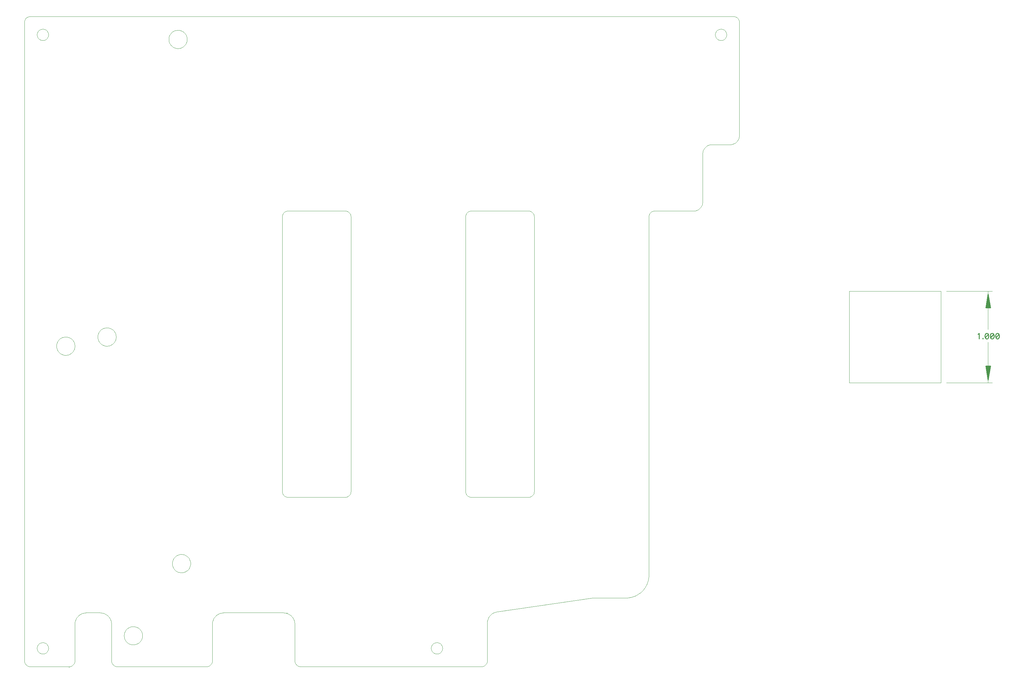
<source format=gbr>
G04*
G04  File:            PIEZO_RESOLVE.BAS, Tue Mar 18 17:33:52 2008*
G04  Source:          P-CAD 2000 PCB, Version 15.10.24, (C:\Documents and Settings\ram\My Documents\work\micron\piezo_amp\piezo_resolve.pcb)*
G04  Format:          Gerber Format (RS-274-D), ASCII*
G04*
G04  Format Options:  Absolute Positioning*
G04                   Leading-Zero Suppression*
G04                   Scale Factor 1:1*
G04                   NO Circular Interpolation*
G04                   Inch Units*
G04                   Numeric Format: 4.4 (XXXX.XXXX)*
G04                   G54 NOT Used for Aperture Change*
G04                   Apertures Embedded*
G04*
G04  File Options:    Offset = (0.0mil,0.0mil)*
G04                   Drill Symbol Size = 80.0mil*
G04                   Pad/Via Holes*
G04*
G04  File Contents:   Pads*
G04                   Vias*
G04                   Designators*
G04                   Types*
G04                   Values*
G04                   Drill Symbols*
G04                   Bot Assy*
G04*
%INPIEZO_RESOLVE.BAS*%
%ICAS*%
%MOIN*%
G04*
G04  Aperture MACROs for general use --- invoked via D-code assignment *
G04*
G04  General MACRO for flashed round with rotation and/or offset hole *
%AMROTOFFROUND*
1,1,$1,0.0000,0.0000*
1,0,$2,$3,$4*%
G04*
G04  General MACRO for flashed oval (obround) with rotation and/or offset hole *
%AMROTOFFOVAL*
21,1,$1,$2,0.0000,0.0000,$3*
1,1,$4,$5,$6*
1,1,$4,0-$5,0-$6*
1,0,$7,$8,$9*%
G04*
G04  General MACRO for flashed oval (obround) with rotation and no hole *
%AMROTOVALNOHOLE*
21,1,$1,$2,0.0000,0.0000,$3*
1,1,$4,$5,$6*
1,1,$4,0-$5,0-$6*%
G04*
G04  General MACRO for flashed rectangle with rotation and/or offset hole *
%AMROTOFFRECT*
21,1,$1,$2,0.0000,0.0000,$3*
1,0,$4,$5,$6*%
G04*
G04  General MACRO for flashed rectangle with rotation and no hole *
%AMROTRECTNOHOLE*
21,1,$1,$2,0.0000,0.0000,$3*%
G04*
G04  General MACRO for flashed rounded-rectangle *
%AMROUNDRECT*
21,1,$1,$2-$4,0.0000,0.0000,$3*
21,1,$1-$4,$2,0.0000,0.0000,$3*
1,1,$4,$5,$6*
1,1,$4,$7,$8*
1,1,$4,0-$5,0-$6*
1,1,$4,0-$7,0-$8*
1,0,$9,$10,$11*%
G04*
G04  General MACRO for flashed rounded-rectangle with rotation and no hole *
%AMROUNDRECTNOHOLE*
21,1,$1,$2-$4,0.0000,0.0000,$3*
21,1,$1-$4,$2,0.0000,0.0000,$3*
1,1,$4,$5,$6*
1,1,$4,$7,$8*
1,1,$4,0-$5,0-$6*
1,1,$4,0-$7,0-$8*%
G04*
G04  General MACRO for flashed regular polygon *
%AMREGPOLY*
5,1,$1,0.0000,0.0000,$2,$3+$4*
1,0,$5,$6,$7*%
G04*
G04  General MACRO for flashed regular polygon with no hole *
%AMREGPOLYNOHOLE*
5,1,$1,0.0000,0.0000,$2,$3+$4*%
G04*
G04  General MACRO for target *
%AMTARGET*
6,0,0,$1,$2,$3,4,$4,$5,$6*%
G04*
G04  General MACRO for mounting hole *
%AMMTHOLE*
1,1,$1,0,0*
1,0,$2,0,0*
$1=$1-$2*
$1=$1/2*
21,1,$2+$1,$3,0,0,$4*
21,1,$3,$2+$1,0,0,$4*%
G04*
G04*
G04  D10 : "Ellipse X10.0mil Y10.0mil H0.0mil 0.0deg (0.0mil,0.0mil) Draw"*
G04  Disc: OuterDia=0.0100*
%ADD10C, 0.0100*%
G04  D11 : "Ellipse X1.0mil Y1.0mil H0.0mil 0.0deg (0.0mil,0.0mil) Draw"*
G04  Disc: OuterDia=0.0010*
%ADD11C, 0.0010*%
G04  D12 : "Ellipse X100.0mil Y100.0mil H0.0mil 0.0deg (0.0mil,0.0mil) Draw"*
G04  Disc: OuterDia=0.1000*
%ADD12C, 0.1000*%
G04  D13 : "Ellipse X12.0mil Y12.0mil H0.0mil 0.0deg (0.0mil,0.0mil) Draw"*
G04  Disc: OuterDia=0.0120*
%ADD13C, 0.0120*%
G04  D14 : "Ellipse X150.0mil Y150.0mil H0.0mil 0.0deg (0.0mil,0.0mil) Draw"*
G04  Disc: OuterDia=0.1500*
%ADD14C, 0.1500*%
G04  D15 : "Ellipse X20.0mil Y20.0mil H0.0mil 0.0deg (0.0mil,0.0mil) Draw"*
G04  Disc: OuterDia=0.0200*
%ADD15C, 0.0200*%
G04  D16 : "Ellipse X200.0mil Y200.0mil H0.0mil 0.0deg (0.0mil,0.0mil) Draw"*
G04  Disc: OuterDia=0.2000*
%ADD16C, 0.2000*%
G04  D17 : "Ellipse X50.0mil Y50.0mil H0.0mil 0.0deg (0.0mil,0.0mil) Draw"*
G04  Disc: OuterDia=0.0500*
%ADD17C, 0.0500*%
G04  D18 : "Ellipse X7.9mil Y7.9mil H0.0mil 0.0deg (0.0mil,0.0mil) Draw"*
G04  Disc: OuterDia=0.0079*
%ADD18C, 0.0079*%
G04  D19 : "Ellipse X75.0mil Y75.0mil H0.0mil 0.0deg (0.0mil,0.0mil) Draw"*
G04  Disc: OuterDia=0.0750*
%ADD19C, 0.0750*%
G04  D20 : "Ellipse X8.0mil Y8.0mil H0.0mil 0.0deg (0.0mil,0.0mil) Draw"*
G04  Disc: OuterDia=0.0080*
%ADD20C, 0.0080*%
G04  D21 : "Ellipse X9.8mil Y9.8mil H0.0mil 0.0deg (0.0mil,0.0mil) Draw"*
G04  Disc: OuterDia=0.0098*
%ADD21C, 0.0098*%
G04  D22 : "Ellipse X160.0mil Y160.0mil H0.0mil 0.0deg (0.0mil,0.0mil) Flash"*
G04  Disc: OuterDia=0.1600*
%ADD22C, 0.1600*%
G04  D23 : "Ellipse X166.0mil Y166.0mil H0.0mil 0.0deg (0.0mil,0.0mil) Flash"*
G04  Disc: OuterDia=0.1660*
%ADD23C, 0.1660*%
G04  D24 : "Ellipse X225.0mil Y225.0mil H0.0mil 0.0deg (0.0mil,0.0mil) Flash"*
G04  Disc: OuterDia=0.2250*
%ADD24C, 0.2250*%
G04  D25 : "Ellipse X231.0mil Y231.0mil H0.0mil 0.0deg (0.0mil,0.0mil) Flash"*
G04  Disc: OuterDia=0.2310*
%ADD25C, 0.2310*%
G04  D26 : "Ellipse X60.0mil Y60.0mil H0.0mil 0.0deg (0.0mil,0.0mil) Flash"*
G04  Disc: OuterDia=0.0600*
%ADD26C, 0.0600*%
G04  D27 : "Ellipse X66.0mil Y66.0mil H0.0mil 0.0deg (0.0mil,0.0mil) Flash"*
G04  Disc: OuterDia=0.0660*
%ADD27C, 0.0660*%
G04  D28 : "Ellipse X70.0mil Y70.0mil H0.0mil 0.0deg (0.0mil,0.0mil) Flash"*
G04  Disc: OuterDia=0.0700*
%ADD28C, 0.0700*%
G04  D29 : "Ellipse X76.0mil Y76.0mil H0.0mil 0.0deg (0.0mil,0.0mil) Flash"*
G04  Disc: OuterDia=0.0760*
%ADD29C, 0.0760*%
G04  D30 : "Ellipse X80.0mil Y80.0mil H0.0mil 0.0deg (0.0mil,0.0mil) Flash"*
G04  Disc: OuterDia=0.0800*
%ADD30C, 0.0800*%
G04  D31 : "Ellipse X86.0mil Y86.0mil H0.0mil 0.0deg (0.0mil,0.0mil) Flash"*
G04  Disc: OuterDia=0.0860*
%ADD31C, 0.0860*%
G04  D32 : "Oval X90.0mil Y150.0mil H0.0mil 0.0deg (0.0mil,0.0mil) Flash"*
G04  Obround: DimX=0.0900, DimY=0.1500, Rotation=0.0, OffsetX=0.0000, OffsetY=0.0000, HoleDia=0.0000 *
%ADD32O, 0.0900 X0.1500*%
G04  D33 : "Oval X96.0mil Y156.0mil H0.0mil 0.0deg (0.0mil,0.0mil) Flash"*
G04  Obround: DimX=0.0960, DimY=0.1560, Rotation=0.0, OffsetX=0.0000, OffsetY=0.0000, HoleDia=0.0000 *
%ADD33O, 0.0960 X0.1560*%
G04  D34 : "Oval X100.0mil Y60.0mil H0.0mil 0.0deg (0.0mil,0.0mil) Flash"*
G04  Obround: DimX=0.1000, DimY=0.0600, Rotation=0.0, OffsetX=0.0000, OffsetY=0.0000, HoleDia=0.0000 *
%ADD34O, 0.1000 X0.0600*%
G04  D35 : "Oval X106.0mil Y66.0mil H0.0mil 0.0deg (0.0mil,0.0mil) Flash"*
G04  Obround: DimX=0.1060, DimY=0.0660, Rotation=0.0, OffsetX=0.0000, OffsetY=0.0000, HoleDia=0.0000 *
%ADD35O, 0.1060 X0.0660*%
G04  D36 : "Rectangle X102.0mil Y102.0mil H0.0mil 0.0deg (0.0mil,0.0mil) Flash"*
G04  Square: Side=0.1020, Rotation=0.0, OffsetX=0.0000, OffsetY=0.0000, HoleDia=0.0000*
%ADD36R, 0.1020 X0.1020*%
G04  D37 : "Rectangle X33.4mil Y31.4mil H0.0mil 0.0deg (0.0mil,0.0mil) Flash"*
G04  Rectangular: DimX=0.0334, DimY=0.0314, Rotation=0.0, OffsetX=0.0000, OffsetY=0.0000, HoleDia=0.0000 *
%ADD37R, 0.0334 X0.0314*%
G04  D38 : "Rectangle X39.4mil Y37.4mil H0.0mil 0.0deg (0.0mil,0.0mil) Flash"*
G04  Rectangular: DimX=0.0394, DimY=0.0374, Rotation=0.0, OffsetX=0.0000, OffsetY=0.0000, HoleDia=0.0000 *
%ADD38R, 0.0394 X0.0374*%
G04  D39 : "Rectangle X45.4mil Y43.4mil H0.0mil 0.0deg (0.0mil,0.0mil) Flash"*
G04  Rectangular: DimX=0.0454, DimY=0.0434, Rotation=0.0, OffsetX=0.0000, OffsetY=0.0000, HoleDia=0.0000 *
%ADD39R, 0.0454 X0.0434*%
G04  D40 : "Rectangle X54.0mil Y50.0mil H0.0mil 0.0deg (0.0mil,0.0mil) Flash"*
G04  Rectangular: DimX=0.0540, DimY=0.0500, Rotation=0.0, OffsetX=0.0000, OffsetY=0.0000, HoleDia=0.0000 *
%ADD40R, 0.0540 X0.0500*%
G04  D41 : "Rectangle X50.0mil Y54.0mil H0.0mil 0.0deg (0.0mil,0.0mil) Flash"*
G04  Rectangular: DimX=0.0500, DimY=0.0540, Rotation=0.0, OffsetX=0.0000, OffsetY=0.0000, HoleDia=0.0000 *
%ADD41R, 0.0500 X0.0540*%
G04  D42 : "Rectangle X58.0mil Y58.0mil H0.0mil 0.0deg (0.0mil,0.0mil) Flash"*
G04  Square: Side=0.0580, Rotation=0.0, OffsetX=0.0000, OffsetY=0.0000, HoleDia=0.0000*
%ADD42R, 0.0580 X0.0580*%
G04  D43 : "Rectangle X60.0mil Y56.0mil H0.0mil 0.0deg (0.0mil,0.0mil) Flash"*
G04  Rectangular: DimX=0.0600, DimY=0.0560, Rotation=0.0, OffsetX=0.0000, OffsetY=0.0000, HoleDia=0.0000 *
%ADD43R, 0.0600 X0.0560*%
G04  D44 : "Rectangle X56.0mil Y60.0mil H0.0mil 0.0deg (0.0mil,0.0mil) Flash"*
G04  Rectangular: DimX=0.0560, DimY=0.0600, Rotation=0.0, OffsetX=0.0000, OffsetY=0.0000, HoleDia=0.0000 *
%ADD44R, 0.0560 X0.0600*%
G04  D45 : "Rectangle X60.0mil Y60.0mil H0.0mil 0.0deg (0.0mil,0.0mil) Flash"*
G04  Square: Side=0.0600, Rotation=0.0, OffsetX=0.0000, OffsetY=0.0000, HoleDia=0.0000*
%ADD45R, 0.0600 X0.0600*%
G04  D46 : "Rectangle X64.0mil Y64.0mil H0.0mil 0.0deg (0.0mil,0.0mil) Flash"*
G04  Square: Side=0.0640, Rotation=0.0, OffsetX=0.0000, OffsetY=0.0000, HoleDia=0.0000*
%ADD46R, 0.0640 X0.0640*%
G04  D47 : "Rectangle X66.0mil Y62.0mil H0.0mil 0.0deg (0.0mil,0.0mil) Flash"*
G04  Rectangular: DimX=0.0660, DimY=0.0620, Rotation=0.0, OffsetX=0.0000, OffsetY=0.0000, HoleDia=0.0000 *
%ADD47R, 0.0660 X0.0620*%
G04  D48 : "Rectangle X62.0mil Y66.0mil H0.0mil 0.0deg (0.0mil,0.0mil) Flash"*
G04  Rectangular: DimX=0.0620, DimY=0.0660, Rotation=0.0, OffsetX=0.0000, OffsetY=0.0000, HoleDia=0.0000 *
%ADD48R, 0.0620 X0.0660*%
G04  D49 : "Rectangle X66.0mil Y66.0mil H0.0mil 0.0deg (0.0mil,0.0mil) Flash"*
G04  Square: Side=0.0660, Rotation=0.0, OffsetX=0.0000, OffsetY=0.0000, HoleDia=0.0000*
%ADD49R, 0.0660 X0.0660*%
G04  D50 : "Rectangle X70.0mil Y70.0mil H0.0mil 0.0deg (0.0mil,0.0mil) Flash"*
G04  Square: Side=0.0700, Rotation=0.0, OffsetX=0.0000, OffsetY=0.0000, HoleDia=0.0000*
%ADD50R, 0.0700 X0.0700*%
G04  D51 : "Rectangle X74.0mil Y20.0mil H0.0mil 0.0deg (0.0mil,0.0mil) Flash"*
G04  Rectangular: DimX=0.0740, DimY=0.0200, Rotation=0.0, OffsetX=0.0000, OffsetY=0.0000, HoleDia=0.0000 *
%ADD51R, 0.0740 X0.0200*%
G04  D52 : "Rectangle X20.0mil Y74.0mil H0.0mil 0.0deg (0.0mil,0.0mil) Flash"*
G04  Rectangular: DimX=0.0200, DimY=0.0740, Rotation=0.0, OffsetX=0.0000, OffsetY=0.0000, HoleDia=0.0000 *
%ADD52R, 0.0200 X0.0740*%
G04  D53 : "Rectangle X80.0mil Y26.0mil H0.0mil 0.0deg (0.0mil,0.0mil) Flash"*
G04  Rectangular: DimX=0.0800, DimY=0.0260, Rotation=0.0, OffsetX=0.0000, OffsetY=0.0000, HoleDia=0.0000 *
%ADD53R, 0.0800 X0.0260*%
G04  D54 : "Rectangle X26.0mil Y80.0mil H0.0mil 0.0deg (0.0mil,0.0mil) Flash"*
G04  Rectangular: DimX=0.0260, DimY=0.0800, Rotation=0.0, OffsetX=0.0000, OffsetY=0.0000, HoleDia=0.0000 *
%ADD54R, 0.0260 X0.0800*%
G04  D55 : "Rectangle X80.6mil Y131.8mil H0.0mil 0.0deg (0.0mil,0.0mil) Flash"*
G04  Rectangular: DimX=0.0806, DimY=0.1318, Rotation=0.0, OffsetX=0.0000, OffsetY=0.0000, HoleDia=0.0000 *
%ADD55R, 0.0806 X0.1318*%
G04  D56 : "Rectangle X131.8mil Y80.6mil H0.0mil 0.0deg (0.0mil,0.0mil) Flash"*
G04  Rectangular: DimX=0.1318, DimY=0.0806, Rotation=0.0, OffsetX=0.0000, OffsetY=0.0000, HoleDia=0.0000 *
%ADD56R, 0.1318 X0.0806*%
G04  D57 : "Rectangle X80.6mil Y41.2mil H0.0mil 0.0deg (0.0mil,0.0mil) Flash"*
G04  Rectangular: DimX=0.0806, DimY=0.0412, Rotation=0.0, OffsetX=0.0000, OffsetY=0.0000, HoleDia=0.0000 *
%ADD57R, 0.0806 X0.0412*%
G04  D58 : "Rectangle X41.2mil Y80.6mil H0.0mil 0.0deg (0.0mil,0.0mil) Flash"*
G04  Rectangular: DimX=0.0412, DimY=0.0806, Rotation=0.0, OffsetX=0.0000, OffsetY=0.0000, HoleDia=0.0000 *
%ADD58R, 0.0412 X0.0806*%
G04  D59 : "Rectangle X84.6mil Y84.6mil H0.0mil 0.0deg (0.0mil,0.0mil) Flash"*
G04  Square: Side=0.0846, Rotation=0.0, OffsetX=0.0000, OffsetY=0.0000, HoleDia=0.0000*
%ADD59R, 0.0846 X0.0846*%
G04  D60 : "Rectangle X86.0mil Y32.0mil H0.0mil 0.0deg (0.0mil,0.0mil) Flash"*
G04  Rectangular: DimX=0.0860, DimY=0.0320, Rotation=0.0, OffsetX=0.0000, OffsetY=0.0000, HoleDia=0.0000 *
%ADD60R, 0.0860 X0.0320*%
G04  D61 : "Rectangle X32.0mil Y86.0mil H0.0mil 0.0deg (0.0mil,0.0mil) Flash"*
G04  Rectangular: DimX=0.0320, DimY=0.0860, Rotation=0.0, OffsetX=0.0000, OffsetY=0.0000, HoleDia=0.0000 *
%ADD61R, 0.0320 X0.0860*%
G04  D62 : "Rectangle X86.6mil Y137.8mil H0.0mil 0.0deg (0.0mil,0.0mil) Flash"*
G04  Rectangular: DimX=0.0866, DimY=0.1378, Rotation=0.0, OffsetX=0.0000, OffsetY=0.0000, HoleDia=0.0000 *
%ADD62R, 0.0866 X0.1378*%
G04  D63 : "Rectangle X137.8mil Y86.6mil H0.0mil 0.0deg (0.0mil,0.0mil) Flash"*
G04  Rectangular: DimX=0.1378, DimY=0.0866, Rotation=0.0, OffsetX=0.0000, OffsetY=0.0000, HoleDia=0.0000 *
%ADD63R, 0.1378 X0.0866*%
G04  D64 : "Rectangle X86.6mil Y47.2mil H0.0mil 0.0deg (0.0mil,0.0mil) Flash"*
G04  Rectangular: DimX=0.0866, DimY=0.0472, Rotation=0.0, OffsetX=0.0000, OffsetY=0.0000, HoleDia=0.0000 *
%ADD64R, 0.0866 X0.0472*%
G04  D65 : "Rectangle X47.2mil Y86.6mil H0.0mil 0.0deg (0.0mil,0.0mil) Flash"*
G04  Rectangular: DimX=0.0472, DimY=0.0866, Rotation=0.0, OffsetX=0.0000, OffsetY=0.0000, HoleDia=0.0000 *
%ADD65R, 0.0472 X0.0866*%
G04  D66 : "Rectangle X90.0mil Y90.0mil H0.0mil 0.0deg (0.0mil,0.0mil) Flash"*
G04  Square: Side=0.0900, Rotation=0.0, OffsetX=0.0000, OffsetY=0.0000, HoleDia=0.0000*
%ADD66R, 0.0900 X0.0900*%
G04  D67 : "Rectangle X90.6mil Y90.6mil H0.0mil 0.0deg (0.0mil,0.0mil) Flash"*
G04  Square: Side=0.0906, Rotation=0.0, OffsetX=0.0000, OffsetY=0.0000, HoleDia=0.0000*
%ADD67R, 0.0906 X0.0906*%
G04  D68 : "Rectangle X92.6mil Y143.8mil H0.0mil 0.0deg (0.0mil,0.0mil) Flash"*
G04  Rectangular: DimX=0.0926, DimY=0.1438, Rotation=0.0, OffsetX=0.0000, OffsetY=0.0000, HoleDia=0.0000 *
%ADD68R, 0.0926 X0.1438*%
G04  D69 : "Rectangle X143.8mil Y92.6mil H0.0mil 0.0deg (0.0mil,0.0mil) Flash"*
G04  Rectangular: DimX=0.1438, DimY=0.0926, Rotation=0.0, OffsetX=0.0000, OffsetY=0.0000, HoleDia=0.0000 *
%ADD69R, 0.1438 X0.0926*%
G04  D70 : "Rectangle X92.6mil Y53.2mil H0.0mil 0.0deg (0.0mil,0.0mil) Flash"*
G04  Rectangular: DimX=0.0926, DimY=0.0532, Rotation=0.0, OffsetX=0.0000, OffsetY=0.0000, HoleDia=0.0000 *
%ADD70R, 0.0926 X0.0532*%
G04  D71 : "Rectangle X53.2mil Y92.6mil H0.0mil 0.0deg (0.0mil,0.0mil) Flash"*
G04  Rectangular: DimX=0.0532, DimY=0.0926, Rotation=0.0, OffsetX=0.0000, OffsetY=0.0000, HoleDia=0.0000 *
%ADD71R, 0.0532 X0.0926*%
G04  D72 : "Rectangle X96.0mil Y96.0mil H0.0mil 0.0deg (0.0mil,0.0mil) Flash"*
G04  Square: Side=0.0960, Rotation=0.0, OffsetX=0.0000, OffsetY=0.0000, HoleDia=0.0000*
%ADD72R, 0.0960 X0.0960*%
G04  D73 : "Rectangle X96.6mil Y96.6mil H0.0mil 0.0deg (0.0mil,0.0mil) Flash"*
G04  Square: Side=0.0966, Rotation=0.0, OffsetX=0.0000, OffsetY=0.0000, HoleDia=0.0000*
%ADD73R, 0.0966 X0.0966*%
G04  D74 : "Ellipse X44.0mil Y44.0mil H0.0mil 0.0deg (0.0mil,0.0mil) Flash"*
G04  Disc: OuterDia=0.0440*
%ADD74C, 0.0440*%
G04  D75 : "Ellipse X50.0mil Y50.0mil H0.0mil 0.0deg (0.0mil,0.0mil) Flash"*
G04  Disc: OuterDia=0.0500*
%ADD75C, 0.0500*%
G04*
%FSLAX44Y44*%
%SFA1B1*%
%OFA0.0000B0.0000*%
G04*
G70*
G90*
G01*
D2*
%LNBot Assy*%
D11*
X106620Y98000*
X106611Y98099D1*
X106588Y98196*
X106548Y98288*
X106495Y98372*
X106429Y98447*
X106352Y98510*
X106265Y98560*
X106172Y98595*
X106074Y98615*
X105975Y98619*
X105875Y98607*
X105780Y98579*
X105690Y98536*
X105607Y98480*
X105535Y98411*
X105475Y98331*
X105429Y98243*
X105398Y98148*
X105382Y98049*
Y97950*
X105398Y97851*
X105429Y97756*
X105475Y97668*
X105535Y97588*
X105607Y97519*
X105690Y97463*
X105780Y97420*
X105875Y97392*
X105975Y97380*
X106074Y97384*
X106172Y97404*
X106265Y97439*
X106352Y97489*
X106429Y97552*
X106495Y97627*
X106548Y97711*
X106588Y97803*
X106611Y97900*
X106620Y98000*
X75620Y31000D2*
X75611Y31099D1*
X75588Y31196*
X75548Y31288*
X75495Y31372*
X75429Y31447*
X75352Y31510*
X75265Y31560*
X75172Y31595*
X75074Y31615*
X74975Y31619*
X74875Y31607*
X74780Y31579*
X74690Y31536*
X74607Y31480*
X74535Y31411*
X74475Y31331*
X74429Y31243*
X74398Y31148*
X74382Y31049*
Y30950*
X74398Y30851*
X74429Y30756*
X74475Y30668*
X74535Y30588*
X74607Y30519*
X74690Y30463*
X74780Y30420*
X74875Y30392*
X74975Y30380*
X75074Y30384*
X75172Y30404*
X75265Y30439*
X75352Y30489*
X75429Y30552*
X75495Y30627*
X75548Y30711*
X75588Y30803*
X75611Y30900*
X75620Y31000*
X32620D2*
X32611Y31099D1*
X32588Y31196*
X32548Y31288*
X32495Y31372*
X32429Y31447*
X32352Y31510*
X32265Y31560*
X32172Y31595*
X32074Y31615*
X31975Y31619*
X31875Y31607*
X31780Y31579*
X31690Y31536*
X31607Y31480*
X31535Y31411*
X31475Y31331*
X31429Y31243*
X31398Y31148*
X31382Y31049*
Y30950*
X31398Y30851*
X31429Y30756*
X31475Y30668*
X31535Y30588*
X31607Y30519*
X31690Y30463*
X31780Y30420*
X31875Y30392*
X31975Y30380*
X32074Y30384*
X32172Y30404*
X32265Y30439*
X32352Y30489*
X32429Y30552*
X32495Y30627*
X32548Y30711*
X32588Y30803*
X32611Y30900*
X32620Y31000*
Y98000D2*
X32611Y98099D1*
X32588Y98196*
X32548Y98288*
X32495Y98372*
X32429Y98447*
X32352Y98510*
X32265Y98560*
X32172Y98595*
X32074Y98615*
X31975Y98619*
X31875Y98607*
X31780Y98579*
X31690Y98536*
X31607Y98480*
X31535Y98411*
X31475Y98331*
X31429Y98243*
X31398Y98148*
X31382Y98049*
Y97950*
X31398Y97851*
X31429Y97756*
X31475Y97668*
X31535Y97588*
X31607Y97519*
X31690Y97463*
X31780Y97420*
X31875Y97392*
X31975Y97380*
X32074Y97384*
X32172Y97404*
X32265Y97439*
X32352Y97489*
X32429Y97552*
X32495Y97627*
X32548Y97711*
X32588Y97803*
X32611Y97900*
X32620Y98000*
X40000Y65000D2*
X39995Y65099D1*
X39980Y65198*
X39955Y65294*
X39921Y65388*
X39878Y65478*
X39826Y65563*
X39766Y65642*
X39698Y65715*
X39623Y65781*
X39542Y65840*
X39456Y65889*
X39365Y65930*
X39270Y65962*
X39173Y65984*
X39074Y65997*
X38975Y65999*
X38875Y65992*
X38777Y65974*
X38681Y65947*
X38588Y65911*
X38500Y65866*
X38416Y65811*
X38338Y65749*
X38266Y65680*
X38202Y65603*
X38146Y65521*
X38099Y65433*
X38060Y65342*
X38030Y65246*
X38011Y65149*
X38001Y65049*
Y64950*
X38011Y64850*
X38030Y64753*
X38060Y64657*
X38099Y64566*
X38146Y64478*
X38202Y64396*
X38266Y64319*
X38338Y64250*
X38416Y64188*
X38500Y64133*
X38588Y64088*
X38681Y64052*
X38777Y64025*
X38875Y64007*
X38975Y64000*
X39074Y64002*
X39173Y64015*
X39270Y64037*
X39365Y64069*
X39456Y64110*
X39542Y64159*
X39623Y64218*
X39698Y64284*
X39766Y64357*
X39826Y64436*
X39878Y64521*
X39921Y64611*
X39955Y64705*
X39980Y64801*
X39995Y64900*
X40000Y65000*
X35500Y64000D2*
X35495Y64099D1*
X35480Y64198*
X35455Y64294*
X35421Y64388*
X35378Y64478*
X35326Y64563*
X35266Y64642*
X35198Y64715*
X35123Y64781*
X35042Y64840*
X34956Y64889*
X34865Y64930*
X34770Y64962*
X34673Y64984*
X34574Y64997*
X34475Y64999*
X34375Y64992*
X34277Y64974*
X34181Y64947*
X34088Y64911*
X34000Y64866*
X33916Y64811*
X33838Y64749*
X33766Y64680*
X33702Y64603*
X33646Y64521*
X33599Y64433*
X33560Y64342*
X33530Y64246*
X33511Y64149*
X33501Y64049*
Y63950*
X33511Y63850*
X33530Y63753*
X33560Y63657*
X33599Y63566*
X33646Y63478*
X33702Y63396*
X33766Y63319*
X33838Y63250*
X33916Y63188*
X34000Y63133*
X34088Y63088*
X34181Y63052*
X34277Y63025*
X34375Y63007*
X34475Y63000*
X34574Y63002*
X34673Y63015*
X34770Y63037*
X34865Y63069*
X34956Y63110*
X35042Y63159*
X35123Y63218*
X35198Y63284*
X35266Y63357*
X35326Y63436*
X35378Y63521*
X35421Y63611*
X35455Y63705*
X35480Y63801*
X35495Y63900*
X35500Y64000*
X48125Y40250D2*
X48120Y40349D1*
X48105Y40448*
X48080Y40544*
X48046Y40638*
X48003Y40728*
X47951Y40813*
X47891Y40892*
X47823Y40965*
X47748Y41031*
X47667Y41090*
X47581Y41139*
X47490Y41180*
X47395Y41212*
X47298Y41234*
X47199Y41247*
X47100Y41249*
X47000Y41242*
X46902Y41224*
X46806Y41197*
X46713Y41161*
X46625Y41116*
X46541Y41061*
X46463Y40999*
X46391Y40930*
X46327Y40853*
X46271Y40771*
X46224Y40683*
X46185Y40592*
X46155Y40496*
X46136Y40399*
X46126Y40299*
Y40200*
X46136Y40100*
X46155Y40003*
X46185Y39907*
X46224Y39816*
X46271Y39728*
X46327Y39646*
X46391Y39569*
X46463Y39500*
X46541Y39438*
X46625Y39383*
X46713Y39338*
X46806Y39302*
X46902Y39275*
X47000Y39257*
X47100Y39250*
X47199Y39252*
X47298Y39265*
X47395Y39287*
X47490Y39319*
X47581Y39360*
X47667Y39409*
X47748Y39468*
X47823Y39534*
X47891Y39607*
X47951Y39686*
X48003Y39771*
X48046Y39861*
X48080Y39955*
X48105Y40051*
X48120Y40150*
X48125Y40250*
X47750Y97500D2*
X47745Y97599D1*
X47730Y97698*
X47705Y97794*
X47671Y97888*
X47628Y97978*
X47576Y98063*
X47516Y98142*
X47448Y98215*
X47373Y98281*
X47292Y98340*
X47206Y98389*
X47115Y98430*
X47020Y98462*
X46923Y98484*
X46824Y98497*
X46725Y98499*
X46625Y98492*
X46527Y98474*
X46431Y98447*
X46338Y98411*
X46250Y98366*
X46166Y98311*
X46088Y98249*
X46016Y98180*
X45952Y98103*
X45896Y98021*
X45849Y97933*
X45810Y97842*
X45780Y97746*
X45761Y97649*
X45751Y97549*
Y97450*
X45761Y97350*
X45780Y97253*
X45810Y97157*
X45849Y97066*
X45896Y96978*
X45952Y96896*
X46016Y96819*
X46088Y96750*
X46166Y96688*
X46250Y96633*
X46338Y96588*
X46431Y96552*
X46527Y96525*
X46625Y96507*
X46725Y96500*
X46824Y96502*
X46923Y96515*
X47020Y96537*
X47115Y96569*
X47206Y96610*
X47292Y96659*
X47373Y96718*
X47448Y96784*
X47516Y96857*
X47576Y96936*
X47628Y97021*
X47671Y97111*
X47705Y97205*
X47730Y97301*
X47745Y97400*
X47750Y97500*
X42875Y32375D2*
X42870Y32474D1*
X42855Y32573*
X42830Y32669*
X42796Y32763*
X42753Y32853*
X42701Y32938*
X42641Y33017*
X42573Y33090*
X42498Y33156*
X42417Y33215*
X42331Y33264*
X42240Y33305*
X42145Y33337*
X42048Y33359*
X41949Y33372*
X41850Y33374*
X41750Y33367*
X41652Y33349*
X41556Y33322*
X41463Y33286*
X41375Y33241*
X41291Y33186*
X41213Y33124*
X41141Y33055*
X41077Y32978*
X41021Y32896*
X40974Y32808*
X40935Y32717*
X40905Y32621*
X40886Y32524*
X40876Y32424*
Y32325*
X40886Y32225*
X40905Y32128*
X40935Y32032*
X40974Y31941*
X41021Y31853*
X41077Y31771*
X41141Y31694*
X41213Y31625*
X41291Y31563*
X41375Y31508*
X41463Y31463*
X41556Y31427*
X41652Y31400*
X41750Y31382*
X41850Y31375*
X41949Y31377*
X42048Y31390*
X42145Y31412*
X42240Y31444*
X42331Y31485*
X42417Y31534*
X42498Y31593*
X42573Y31659*
X42641Y31732*
X42701Y31811*
X42753Y31896*
X42796Y31986*
X42830Y32080*
X42855Y32176*
X42870Y32275*
X42875Y32375*
X58125Y48125D2*
X58132Y48027D1*
X58155Y47931*
X58193Y47841*
X58244Y47757*
X58308Y47683*
X58382Y47619*
X58466Y47568*
X58556Y47530*
X58652Y47507*
X58750Y47500*
X65000D2*
X65097Y47507D1*
X65193Y47530*
X65283Y47568*
X65367Y47619*
X65441Y47683*
X65505Y47757*
X65556Y47841*
X65594Y47931*
X65617Y48027*
X65625Y48125*
X58750Y47500D2*
X65000D1*
X58125Y78125D2*
X58132Y78222D1*
X58155Y78318*
X58193Y78408*
X58244Y78492*
X58308Y78566*
X58382Y78630*
X58466Y78681*
X58556Y78719*
X58652Y78742*
X58750Y78750*
X65000D2*
X65097Y78742D1*
X65193Y78719*
X65283Y78681*
X65367Y78630*
X65441Y78566*
X65505Y78492*
X65556Y78408*
X65594Y78318*
X65617Y78222*
X65625Y78125*
X58125D2*
Y48125D1*
X65000Y78750D2*
X58750D1*
X65625Y48125D2*
Y78125D1*
X78125Y48125D2*
X78132Y48027D1*
X78155Y47931*
X78193Y47841*
X78244Y47757*
X78308Y47683*
X78382Y47619*
X78466Y47568*
X78556Y47530*
X78652Y47507*
X78750Y47500*
X85000D2*
X85097Y47507D1*
X85193Y47530*
X85283Y47568*
X85367Y47619*
X85441Y47683*
X85505Y47757*
X85556Y47841*
X85594Y47931*
X85617Y48027*
X85625Y48125*
X78750Y47500D2*
X85000D1*
X78125Y78125D2*
X78132Y78222D1*
X78155Y78318*
X78193Y78408*
X78244Y78492*
X78308Y78566*
X78382Y78630*
X78466Y78681*
X78556Y78719*
X78652Y78742*
X78750Y78750*
X85000D2*
X85097Y78742D1*
X85193Y78719*
X85283Y78681*
X85367Y78630*
X85441Y78566*
X85505Y78492*
X85556Y78408*
X85594Y78318*
X85617Y78222*
X85625Y78125*
X78125D2*
Y48125D1*
X85000Y78750D2*
X78750D1*
X85625Y48125D2*
Y78125D1*
X107375Y100000D2*
X107472Y99992D1*
X107568Y99969*
X107658Y99931*
X107742Y99880*
X107816Y99816*
X107880Y99742*
X107931Y99658*
X107969Y99568*
X107992Y99472*
X108000Y99375*
X30625Y100000D2*
X30527Y99992D1*
X30431Y99969*
X30341Y99931*
X30257Y99880*
X30183Y99816*
X30119Y99742*
X30068Y99658*
X30030Y99568*
X30007Y99472*
X30000Y99375*
X30625Y100000D2*
X107375D1*
X30625Y29000D2*
X30527Y29007D1*
X30431Y29030*
X30341Y29068*
X30257Y29119*
X30183Y29183*
X30119Y29257*
X30068Y29341*
X30030Y29431*
X30007Y29527*
X30000Y29625*
Y99375*
X80500Y29625D2*
X80492Y29527D1*
X80469Y29431*
X80431Y29341*
X80380Y29257*
X80316Y29183*
X80242Y29119*
X80158Y29068*
X80068Y29030*
X79972Y29007*
X79875Y29000*
X80500Y33750D2*
Y29625D1*
Y33750D2*
X80503Y33848D1*
X80515Y33945*
X80534Y34041*
X80561Y34136*
X80595Y34228*
X80636Y34317*
X80684Y34403*
X80738Y34484*
X80799Y34561*
X80866Y34633*
X80938Y34700*
X81015Y34761*
X81096Y34815*
X81182Y34863*
X81271Y34904*
X81363Y34938*
X81458Y34965*
X92012Y36489D2*
X92068Y36497D1*
X92125Y36500*
X81430Y34960D2*
X92010Y36490D1*
X50500Y29625D2*
X50492Y29527D1*
X50469Y29431*
X50431Y29341*
X50380Y29257*
X50316Y29183*
X50242Y29119*
X50158Y29068*
X50068Y29030*
X49972Y29007*
X49875Y29000*
X50500Y33750D2*
Y29625D1*
X59500D2*
X59507Y29527D1*
X59530Y29431*
X59568Y29341*
X59619Y29257*
X59683Y29183*
X59757Y29119*
X59841Y29068*
X59931Y29030*
X60027Y29007*
X60125Y29000*
X59500Y33750D2*
Y29625D1*
X58625Y34875D2*
Y34750D1*
X51750Y34875D2*
X51651Y34871D1*
X51554Y34859*
X51458Y34840*
X51363Y34813*
X51271Y34779*
X51182Y34738*
X51096Y34690*
X51015Y34636*
X50938Y34575*
X50866Y34508*
X50799Y34436*
X50738Y34359*
X50684Y34278*
X50636Y34192*
X50595Y34103*
X50561Y34011*
X50534Y33916*
X50515Y33820*
X50503Y33723*
X50500Y33625*
X58250Y34875D2*
X58348Y34871D1*
X58445Y34859*
X58541Y34840*
X58636Y34813*
X58728Y34779*
X58817Y34738*
X58903Y34690*
X58984Y34636*
X59061Y34575*
X59133Y34508*
X59200Y34436*
X59261Y34359*
X59315Y34278*
X59363Y34192*
X59404Y34103*
X59438Y34011*
X59465Y33916*
X59484Y33820*
X59496Y33723*
X59500Y33625*
X51750Y34875D2*
X58250D1*
X60125Y29000D2*
X79875D1*
X95630Y36498D2*
X95727Y36500D1*
X95825Y36506*
X95923Y36516*
X96020Y36529*
X96116Y36546*
X96212Y36567*
X96307Y36592*
X96401Y36621*
X96493Y36653*
X96585Y36688*
X96675Y36728*
X96763Y36770*
X96849Y36817*
X96934Y36866*
X97016Y36919*
X97097Y36975*
X97175Y37034*
X97251Y37096*
X97324Y37162*
X97395Y37230*
X97462Y37300*
X97528Y37373*
X97590Y37449*
X97649Y37527*
X97705Y37608*
X97758Y37690*
X97807Y37775*
X97854Y37861*
X97896Y37949*
X97936Y38039*
X97971Y38131*
X98003Y38223*
X98032Y38317*
X98057Y38412*
X98078Y38508*
X98095Y38604*
X98108Y38701*
X98118Y38799*
X98124Y38897*
X98126Y38995*
X92125Y36500D2*
X95750D1*
X104000Y85000D2*
X104004Y85098D1*
X104019Y85195*
X104043Y85290*
X104076Y85382*
X104118Y85471*
X104168Y85555*
X104226Y85634*
X104292Y85707*
X104365Y85773*
X104444Y85831*
X104528Y85881*
X104617Y85923*
X104709Y85956*
X104804Y85980*
X104901Y85995*
X105000Y86000*
X107000D2*
X107098Y86004D1*
X107195Y86019*
X107290Y86043*
X107382Y86076*
X107471Y86118*
X107555Y86168*
X107634Y86226*
X107707Y86292*
X107773Y86365*
X107831Y86444*
X107881Y86528*
X107923Y86617*
X107956Y86709*
X107980Y86804*
X107995Y86901*
X108000Y87000*
Y99375D2*
Y87000D1*
X105000Y86000D2*
X107000D1*
X98750Y78750D2*
X98652Y78742D1*
X98556Y78719*
X98466Y78681*
X98382Y78630*
X98308Y78566*
X98244Y78492*
X98193Y78408*
X98155Y78318*
X98132Y78222*
X98125Y78125*
X103000Y78750D2*
X103098Y78754D1*
X103195Y78769*
X103290Y78793*
X103382Y78826*
X103471Y78868*
X103555Y78918*
X103634Y78976*
X103707Y79042*
X103773Y79115*
X103831Y79194*
X103881Y79278*
X103923Y79367*
X103956Y79459*
X103980Y79554*
X103995Y79651*
X104000Y79750*
X103000Y78750D2*
X98750D1*
X98125Y39000D2*
Y78125D1*
X104000Y85000D2*
Y79750D1*
X130000Y70000D2*
Y60000D1*
X120000D2*
Y70000D1*
X130000*
Y60000D2*
X120000D1*
X35500Y29625D2*
X35492Y29527D1*
X35469Y29431*
X35431Y29341*
X35380Y29257*
X35316Y29183*
X35242Y29119*
X35158Y29068*
X35068Y29030*
X34972Y29007*
X34875Y29000*
X35500Y33750D2*
Y29625D1*
Y33625D2*
X35503Y33723D1*
X35515Y33820*
X35534Y33916*
X35561Y34011*
X35595Y34103*
X35636Y34192*
X35684Y34278*
X35738Y34359*
X35799Y34436*
X35866Y34508*
X35938Y34575*
X36015Y34636*
X36096Y34690*
X36182Y34738*
X36271Y34779*
X36363Y34813*
X36458Y34840*
X36554Y34859*
X36651Y34871*
X36750Y34875*
X39500Y29625D2*
X39507Y29527D1*
X39530Y29431*
X39568Y29341*
X39619Y29257*
X39683Y29183*
X39757Y29119*
X39841Y29068*
X39931Y29030*
X40027Y29007*
X40125Y29000*
X39500Y33750D2*
Y29625D1*
Y33625D2*
X39496Y33723D1*
X39484Y33820*
X39465Y33916*
X39438Y34011*
X39404Y34103*
X39363Y34192*
X39315Y34278*
X39261Y34359*
X39200Y34436*
X39133Y34508*
X39061Y34575*
X38984Y34636*
X38903Y34690*
X38817Y34738*
X38728Y34779*
X38636Y34813*
X38541Y34840*
X38445Y34859*
X38348Y34871*
X38250Y34875*
X36750D2*
X38250D1*
X40125Y29000D2*
X49875D1*
X135141Y60000D2*
Y64416D1*
D2*
D10*
X135133Y60659*
X135149D1*
X135125Y60707D2*
X135157D1*
X135117Y60755D2*
X135165D1*
X135109Y60803D2*
X135173D1*
X135101Y60852D2*
X135181D1*
X135093Y60900D2*
X135189D1*
X135085Y60948D2*
X135197D1*
X135077Y60996D2*
X135205D1*
X135069Y61044D2*
X135213D1*
X135061Y61092D2*
X135221D1*
X135053Y61140D2*
X135229D1*
X135045Y61188D2*
X135237D1*
X135037Y61236D2*
X135245D1*
X135030Y61285D2*
X135253D1*
X135022Y61333D2*
X135261D1*
X135014Y61381D2*
X135269D1*
X135006Y61429D2*
X135277D1*
X134998Y61477D2*
X135285D1*
X134990Y61525D2*
X135293D1*
X134982Y61573D2*
X135301D1*
X134974Y61621D2*
X135309D1*
X134966Y61669D2*
X135317D1*
X134958Y61718D2*
X135325D1*
X134950Y61766D2*
X135333D1*
X135392Y61820D2*
X134890D1*
X135141Y60305*
X135392Y61820*
D2*
D11*
X135141Y70000*
Y65825D1*
D2*
D10*
X134949Y68230*
X135333D1*
X134957Y68278D2*
X135325D1*
X134965Y68326D2*
X135317D1*
X134973Y68374D2*
X135309D1*
X134981Y68422D2*
X135301D1*
X134989Y68470D2*
X135293D1*
X134997Y68518D2*
X135285D1*
X135005Y68566D2*
X135277D1*
X135013Y68614D2*
X135269D1*
X135021Y68663D2*
X135261D1*
X135029Y68711D2*
X135253D1*
X135037Y68759D2*
X135246D1*
X135045Y68807D2*
X135238D1*
X135053Y68855D2*
X135230D1*
X135061Y68903D2*
X135222D1*
X135069Y68951D2*
X135214D1*
X135077Y68999D2*
X135206D1*
X135085Y69047D2*
X135198D1*
X135093Y69096D2*
X135190D1*
X135101Y69144D2*
X135182D1*
X135109Y69192D2*
X135174D1*
X135117Y69240D2*
X135166D1*
X135125Y69288D2*
X135158D1*
X135133Y69336D2*
X135150D1*
X135141Y69384D2*
X135142D1*
X135141Y69694D2*
X134890Y68180D1*
X135392*
X135141Y69694*
D2*
D11*
X130600Y60000*
X135596D1*
X130600Y70000D2*
X135596D1*
D2*
D10*
X134034Y65284*
X134092Y65313D1*
X134178Y65399*
Y64796*
X134580Y64853D2*
X134552Y64824D1*
X134580Y64796*
X134609Y64824*
X134580Y64853*
X134983Y65399D2*
X134897Y65371D1*
X134839Y65284*
X134810Y65141*
Y65054*
X134839Y64911*
X134897Y64824*
X134983Y64796*
X135041*
X135127Y64824*
X135184Y64911*
X135213Y65054*
Y65141*
X135184Y65284*
X135127Y65371*
X135041Y65399*
X134983*
X135184Y65284D2*
X134839Y64911D1*
X135558Y65399D2*
X135472Y65371D1*
X135414Y65284*
X135386Y65141*
Y65054*
X135414Y64911*
X135472Y64824*
X135558Y64796*
X135616*
X135702Y64824*
X135759Y64911*
X135788Y65054*
Y65141*
X135759Y65284*
X135702Y65371*
X135616Y65399*
X135558*
X135759Y65284D2*
X135414Y64911D1*
X136133Y65399D2*
X136047Y65371D1*
X135990Y65284*
X135961Y65141*
Y65054*
X135990Y64911*
X136047Y64824*
X136133Y64796*
X136191*
X136277Y64824*
X136335Y64911*
X136363Y65054*
Y65141*
X136335Y65284*
X136277Y65371*
X136191Y65399*
X136133*
X136335Y65284D2*
X135990Y64911D1*
D2*
D11*
X30625Y29000*
X34875D1*
Y28875*
D02M02*

</source>
